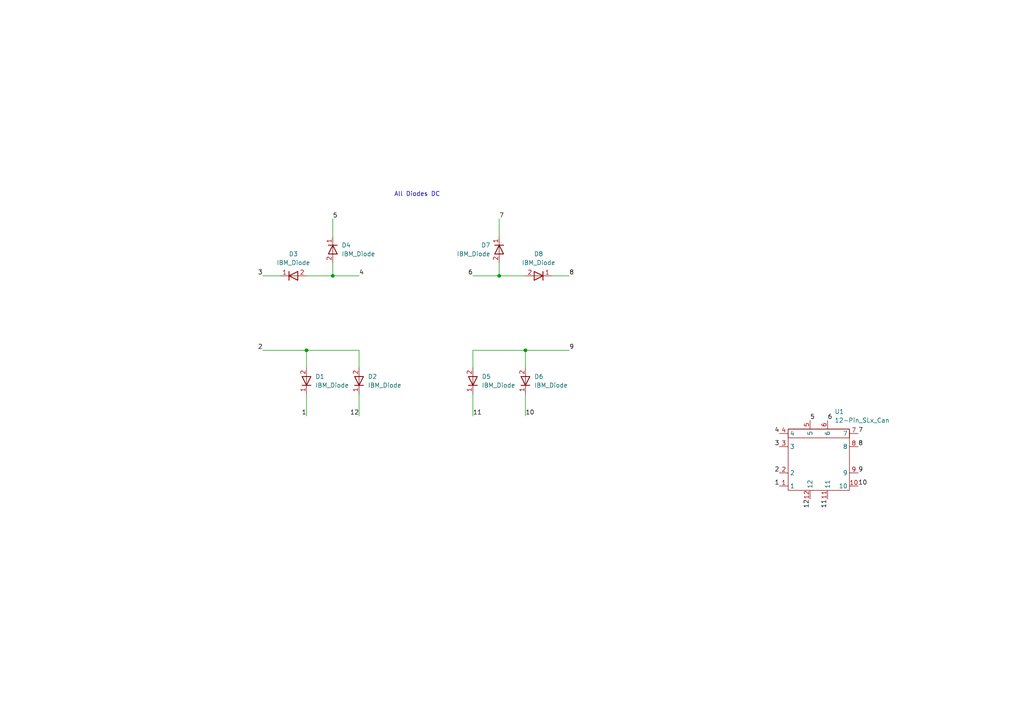
<source format=kicad_sch>
(kicad_sch (version 20211123) (generator eeschema)
  (paper "A4")
  (lib_symbols
    (symbol "IBM_SLT-SLD:12-Pin_SLx_Can"
      (property "Reference" "U" (at 0 -2.54 0))
      (property "Value" "12-Pin_SLx_Can" (at 0 0 0))
      (symbol "12-Pin_SLx_Can_0_1"
        (rectangle (start -8.89 8.89) (end 8.89 -8.89))
        (rectangle (start -8.89 8.89) (end 8.89 6.35))
      )
      (symbol "12-Pin_SLx_Can_1_1"
        (pin passive line (at -11.43 -7.62 0) (length 2.54) (name "1") (number "1"))
        (pin passive line (at 11.43 -7.62 180) (length 2.54) (name "10") (number "10"))
        (pin passive line (at 2.54 -11.43 90) (length 2.54) (name "11") (number "11"))
        (pin passive line (at -2.54 -11.43 90) (length 2.54) (name "12") (number "12"))
        (pin passive line (at -11.43 -3.81 0) (length 2.54) (name "2") (number "2"))
        (pin passive line (at -11.43 3.81 0) (length 2.54) (name "3") (number "3"))
        (pin passive line (at -11.43 7.62 0) (length 2.54) (name "4") (number "4"))
        (pin passive line (at -2.54 11.43 270) (length 2.54) (name "5") (number "5"))
        (pin passive line (at 2.54 11.43 270) (length 2.54) (name "6") (number "6"))
        (pin passive line (at 11.43 7.62 180) (length 2.54) (name "7") (number "7"))
        (pin passive line (at 11.43 3.81 180) (length 2.54) (name "8") (number "8"))
        (pin passive line (at 11.43 -3.81 180) (length 2.54) (name "9") (number "9"))
      )
    )
    (symbol "IBM_SLT-SLD:IBM_Diode"
      (property "Reference" "D" (at 0 5.08 0))
      (property "Value" "IBM_Diode" (at 0 2.54 0))
      (symbol "IBM_Diode_0_1"
        (polyline (pts (xy -1.27 1.27) (xy -1.27 -1.27)) (stroke (width 0.254)))
        (polyline (pts (xy 1.27 0) (xy -1.27 0)))
        (polyline (pts (xy 1.27 1.27) (xy 1.27 -1.27) (xy -1.27 0) (xy 1.27 1.27)) (stroke (width 0.254)))
      )
      (symbol "IBM_Diode_1_1"
        (pin passive line (at -3.81 0 0) (length 2.54) (name "K") (number "1"))
        (pin passive line (at 3.81 0 180) (length 2.54) (name "A") (number "2"))
      )
    )
  )
  (junction (at 96.52 80.01))
  (junction (at 152.4 101.6))
  (junction (at 88.9 101.6))
  (junction (at 144.78 80.01))
  (wire (pts (xy 152.4 114.3) (xy 152.4 120.65)))
  (wire (pts (xy 96.52 63.5) (xy 96.52 68.58)))
  (wire (pts (xy 144.78 63.5) (xy 144.78 68.58)))
  (wire (pts (xy 88.9 80.01) (xy 96.52 80.01)))
  (wire (pts (xy 137.16 114.3) (xy 137.16 120.65)))
  (wire (pts (xy 165.1 101.6) (xy 152.4 101.6)))
  (wire (pts (xy 152.4 80.01) (xy 144.78 80.01)))
  (wire (pts (xy 96.52 80.01) (xy 104.14 80.01)))
  (wire (pts (xy 137.16 106.68) (xy 137.16 101.6)))
  (wire (pts (xy 88.9 101.6) (xy 88.9 106.68)))
  (wire (pts (xy 104.14 106.68) (xy 104.14 101.6)))
  (wire (pts (xy 152.4 101.6) (xy 137.16 101.6)))
  (wire (pts (xy 104.14 114.3) (xy 104.14 120.65)))
  (wire (pts (xy 144.78 76.2) (xy 144.78 80.01)))
  (wire (pts (xy 76.2 101.6) (xy 88.9 101.6)))
  (wire (pts (xy 144.78 80.01) (xy 137.16 80.01)))
  (wire (pts (xy 96.52 76.2) (xy 96.52 80.01)))
  (wire (pts (xy 76.2 80.01) (xy 81.28 80.01)))
  (wire (pts (xy 88.9 114.3) (xy 88.9 120.65)))
  (wire (pts (xy 88.9 101.6) (xy 104.14 101.6)))
  (wire (pts (xy 152.4 101.6) (xy 152.4 106.68)))
  (wire (pts (xy 160.02 80.01) (xy 165.1 80.01)))
  (text "All Diodes DC" (at 114.3 57.15 0) (effects (font (size 1.27 1.27)) (justify left bottom)))
  (label "9" (at 248.92 137.16 0))
  (label "7" (at 248.92 125.73 0))
  (label "2" (at 76.2 101.6 180))
  (label "5" (at 234.95 121.92 0))
  (label "8" (at 165.1 80.01 0))
  (label "11" (at 240.03 144.78 270))
  (label "10" (at 152.4 120.65 0))
  (label "4" (at 226.06 125.73 180))
  (label "10" (at 248.92 140.97 0))
  (label "3" (at 226.06 129.54 180))
  (label "11" (at 137.16 120.65 0))
  (label "8" (at 248.92 129.54 0))
  (label "9" (at 165.1 101.6 0))
  (label "12" (at 104.14 120.65 180))
  (label "1" (at 226.06 140.97 180))
  (label "4" (at 104.14 80.01 0))
  (label "1" (at 88.9 120.65 180))
  (label "12" (at 234.95 144.78 270))
  (label "5" (at 96.52 63.5 0))
  (label "6" (at 137.16 80.01 180))
  (label "2" (at 226.06 137.16 180))
  (label "7" (at 144.78 63.5 0))
  (label "3" (at 76.2 80.01 180))
  (label "6" (at 240.03 121.92 0))
  (symbol (lib_id "IBM_SLT-SLD:IBM_Diode") (at 96.52 72.39 270) (unit 1)
    (property "Reference" "D4" (at 99.06 71.1199 90) (effects (justify left)))
    (property "Value" "IBM_Diode" (at 99.06 73.6599 90) (effects (justify left)))
    (property "Footprint" "Diode_SMD:D_0201_0603Metric" (effects hide))
  )
  (symbol (lib_id "IBM_SLT-SLD:IBM_Diode") (at 104.14 110.49 90) (unit 1)
    (property "Reference" "D2" (at 106.68 109.2199 90) (effects (justify right)))
    (property "Value" "IBM_Diode" (at 106.68 111.7599 90) (effects (justify right)))
    (property "Footprint" "Diode_SMD:D_0201_0603Metric" (effects hide))
  )
  (symbol (lib_id "IBM_SLT-SLD:IBM_Diode") (at 144.78 72.39 90) (mirror x) (unit 1)
    (property "Reference" "D7" (at 142.24 71.1199 90) (effects (justify left)))
    (property "Value" "IBM_Diode" (at 142.24 73.6599 90) (effects (justify left)))
    (property "Footprint" "Diode_SMD:D_0201_0603Metric" (effects hide))
  )
  (symbol (lib_id "IBM_SLT-SLD:12-Pin_SLx_Can") (at 237.49 133.35 0) (unit 1)
    (property "Reference" "U1" (at 242.0494 119.38 0) (effects (justify left)))
    (property "Value" "12-Pin_SLx_Can" (at 242.0494 121.92 0) (effects (justify left)))
    (property "Footprint" "IBM_SLT-SLD:12-Pin_SLx_Can" (effects hide))
  )
  (symbol (lib_id "IBM_SLT-SLD:IBM_Diode") (at 88.9 110.49 90) (unit 1)
    (property "Reference" "D1" (at 91.44 109.2199 90) (effects (justify right)))
    (property "Value" "IBM_Diode" (at 91.44 111.7599 90) (effects (justify right)))
    (property "Footprint" "Diode_SMD:D_0201_0603Metric" (effects hide))
  )
  (symbol (lib_id "IBM_SLT-SLD:IBM_Diode") (at 156.21 80.01 180) (unit 1)
    (property "Reference" "D8" (at 156.21 73.66 0))
    (property "Value" "IBM_Diode" (at 156.21 76.2 0))
    (property "Footprint" "Diode_SMD:D_0201_0603Metric" (effects hide))
  )
  (symbol (lib_id "IBM_SLT-SLD:IBM_Diode") (at 85.09 80.01 0) (unit 1)
    (property "Reference" "D3" (at 85.09 73.66 0))
    (property "Value" "IBM_Diode" (at 85.09 76.2 0))
    (property "Footprint" "Diode_SMD:D_0201_0603Metric" (effects hide))
  )
  (symbol (lib_id "IBM_SLT-SLD:IBM_Diode") (at 137.16 110.49 90) (unit 1)
    (property "Reference" "D5" (at 139.7 109.2199 90) (effects (justify right)))
    (property "Value" "IBM_Diode" (at 139.7 111.7599 90) (effects (justify right)))
    (property "Footprint" "Diode_SMD:D_0201_0603Metric" (effects hide))
  )
  (symbol (lib_id "IBM_SLT-SLD:IBM_Diode") (at 152.4 110.49 90) (unit 1)
    (property "Reference" "D6" (at 154.94 109.2199 90) (effects (justify right)))
    (property "Value" "IBM_Diode" (at 154.94 111.7599 90) (effects (justify right)))
    (property "Footprint" "Diode_SMD:D_0201_0603Metric" (effects hide))
  )
)
</source>
